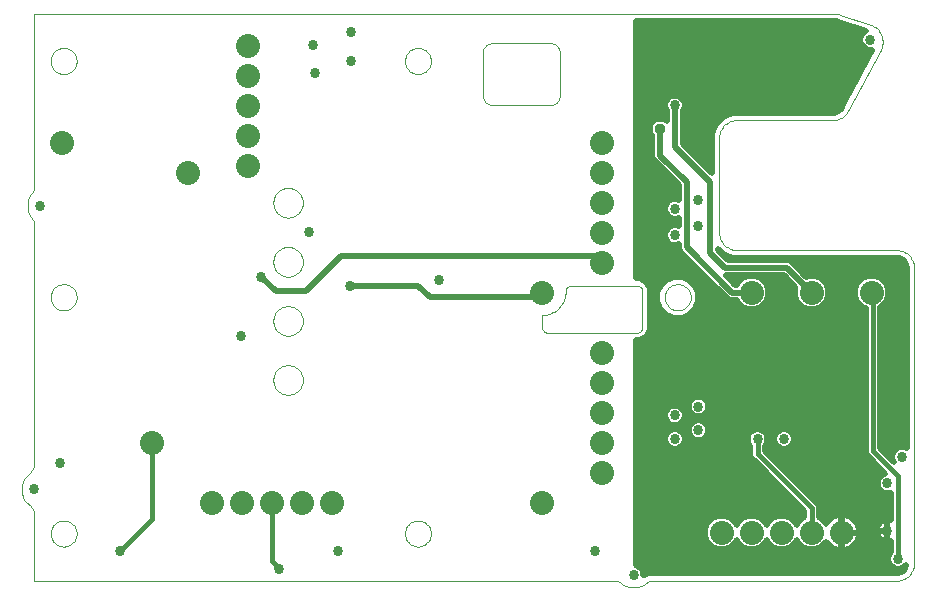
<source format=gbl>
G75*
G70*
%OFA0B0*%
%FSLAX24Y24*%
%IPPOS*%
%LPD*%
%AMOC8*
5,1,8,0,0,1.08239X$1,22.5*
%
%ADD10C,0.0000*%
%ADD11C,0.0340*%
%ADD12C,0.0800*%
%ADD13C,0.0197*%
%ADD14C,0.0160*%
%ADD15C,0.0376*%
D10*
X010181Y005929D02*
X010179Y005968D01*
X010173Y006006D01*
X010164Y006043D01*
X010151Y006080D01*
X010134Y006115D01*
X010115Y006148D01*
X010092Y006179D01*
X010066Y006208D01*
X010065Y006207D02*
X009902Y006370D01*
X009787Y006649D02*
X009787Y006913D01*
X009902Y007192D02*
X010065Y007355D01*
X010181Y007633D02*
X010181Y015622D01*
X010180Y015622D02*
X010178Y015653D01*
X010173Y015684D01*
X010164Y015714D01*
X010152Y015743D01*
X010137Y015770D01*
X010119Y015795D01*
X010099Y015819D01*
X009984Y016098D02*
X009984Y016410D01*
X009986Y016441D01*
X009991Y016472D01*
X010000Y016502D01*
X010012Y016531D01*
X010027Y016558D01*
X010045Y016583D01*
X010065Y016607D01*
X010181Y016885D02*
X010181Y022627D01*
X036857Y022627D01*
X037043Y022597D02*
X038061Y022258D01*
X038061Y022259D02*
X038105Y022242D01*
X038147Y022222D01*
X038187Y022199D01*
X038226Y022173D01*
X038262Y022143D01*
X038296Y022111D01*
X038328Y022077D01*
X038356Y022040D01*
X038382Y022001D01*
X038404Y021960D01*
X038423Y021917D01*
X038439Y021873D01*
X038451Y021828D01*
X038459Y021782D01*
X038464Y021735D01*
X038465Y021689D01*
X038462Y021642D01*
X038456Y021596D01*
X038446Y021550D01*
X038433Y021505D01*
X038416Y021462D01*
X038395Y021420D01*
X037316Y019397D01*
X037293Y019357D01*
X037267Y019320D01*
X037239Y019285D01*
X037207Y019252D01*
X037173Y019221D01*
X037137Y019193D01*
X037099Y019168D01*
X037059Y019146D01*
X037018Y019127D01*
X036975Y019112D01*
X036931Y019100D01*
X036886Y019091D01*
X036841Y019086D01*
X036795Y019084D01*
X033606Y019084D01*
X033606Y019085D02*
X033560Y019083D01*
X033514Y019078D01*
X033468Y019069D01*
X033423Y019056D01*
X033380Y019040D01*
X033338Y019021D01*
X033297Y018998D01*
X033259Y018972D01*
X033222Y018943D01*
X033188Y018912D01*
X033157Y018878D01*
X033128Y018841D01*
X033102Y018803D01*
X033079Y018762D01*
X033060Y018720D01*
X033044Y018677D01*
X033031Y018632D01*
X033022Y018586D01*
X033017Y018540D01*
X033015Y018494D01*
X033015Y015344D01*
X033017Y015298D01*
X033022Y015252D01*
X033031Y015206D01*
X033044Y015161D01*
X033060Y015118D01*
X033079Y015076D01*
X033102Y015035D01*
X033128Y014997D01*
X033157Y014960D01*
X033188Y014926D01*
X033222Y014895D01*
X033259Y014866D01*
X033297Y014840D01*
X033338Y014817D01*
X033380Y014798D01*
X033423Y014782D01*
X033468Y014769D01*
X033514Y014760D01*
X033560Y014755D01*
X033606Y014753D01*
X038921Y014753D01*
X038921Y014754D02*
X038967Y014752D01*
X039013Y014747D01*
X039059Y014738D01*
X039104Y014725D01*
X039147Y014709D01*
X039189Y014690D01*
X039230Y014667D01*
X039268Y014641D01*
X039305Y014612D01*
X039339Y014581D01*
X039370Y014547D01*
X039399Y014510D01*
X039425Y014472D01*
X039448Y014431D01*
X039467Y014389D01*
X039483Y014346D01*
X039496Y014301D01*
X039505Y014255D01*
X039510Y014209D01*
X039512Y014163D01*
X039511Y014163D02*
X039511Y004320D01*
X039512Y004320D02*
X039510Y004274D01*
X039505Y004228D01*
X039496Y004182D01*
X039483Y004137D01*
X039467Y004094D01*
X039448Y004052D01*
X039425Y004011D01*
X039399Y003973D01*
X039370Y003936D01*
X039339Y003902D01*
X039305Y003871D01*
X039268Y003842D01*
X039230Y003816D01*
X039189Y003793D01*
X039147Y003774D01*
X039104Y003758D01*
X039059Y003745D01*
X039013Y003736D01*
X038967Y003731D01*
X038921Y003729D01*
X038921Y003730D02*
X030769Y003730D01*
X030769Y003729D02*
X030738Y003727D01*
X030707Y003722D01*
X030677Y003713D01*
X030648Y003701D01*
X030621Y003686D01*
X030596Y003668D01*
X030572Y003648D01*
X030293Y003533D02*
X030029Y003533D01*
X029990Y003535D01*
X029952Y003541D01*
X029915Y003550D01*
X029878Y003563D01*
X029843Y003580D01*
X029810Y003599D01*
X029779Y003622D01*
X029750Y003648D01*
X029554Y003730D02*
X010181Y003730D01*
X010181Y005929D01*
X009902Y006370D02*
X009876Y006399D01*
X009853Y006430D01*
X009834Y006463D01*
X009817Y006498D01*
X009804Y006535D01*
X009795Y006572D01*
X009789Y006610D01*
X009787Y006649D01*
X009787Y006913D02*
X009789Y006952D01*
X009795Y006990D01*
X009804Y007027D01*
X009817Y007064D01*
X009834Y007099D01*
X009853Y007132D01*
X009876Y007163D01*
X009902Y007192D01*
X010066Y007354D02*
X010092Y007383D01*
X010115Y007414D01*
X010134Y007447D01*
X010151Y007482D01*
X010164Y007519D01*
X010173Y007556D01*
X010179Y007594D01*
X010181Y007633D01*
X010732Y005305D02*
X010734Y005346D01*
X010740Y005387D01*
X010750Y005427D01*
X010763Y005466D01*
X010780Y005503D01*
X010801Y005539D01*
X010825Y005573D01*
X010852Y005604D01*
X010881Y005632D01*
X010914Y005658D01*
X010948Y005680D01*
X010985Y005699D01*
X011023Y005714D01*
X011063Y005726D01*
X011103Y005734D01*
X011144Y005738D01*
X011186Y005738D01*
X011227Y005734D01*
X011267Y005726D01*
X011307Y005714D01*
X011345Y005699D01*
X011381Y005680D01*
X011416Y005658D01*
X011449Y005632D01*
X011478Y005604D01*
X011505Y005573D01*
X011529Y005539D01*
X011550Y005503D01*
X011567Y005466D01*
X011580Y005427D01*
X011590Y005387D01*
X011596Y005346D01*
X011598Y005305D01*
X011596Y005264D01*
X011590Y005223D01*
X011580Y005183D01*
X011567Y005144D01*
X011550Y005107D01*
X011529Y005071D01*
X011505Y005037D01*
X011478Y005006D01*
X011449Y004978D01*
X011416Y004952D01*
X011382Y004930D01*
X011345Y004911D01*
X011307Y004896D01*
X011267Y004884D01*
X011227Y004876D01*
X011186Y004872D01*
X011144Y004872D01*
X011103Y004876D01*
X011063Y004884D01*
X011023Y004896D01*
X010985Y004911D01*
X010949Y004930D01*
X010914Y004952D01*
X010881Y004978D01*
X010852Y005006D01*
X010825Y005037D01*
X010801Y005071D01*
X010780Y005107D01*
X010763Y005144D01*
X010750Y005183D01*
X010740Y005223D01*
X010734Y005264D01*
X010732Y005305D01*
X018153Y010423D02*
X018155Y010467D01*
X018161Y010511D01*
X018171Y010554D01*
X018184Y010596D01*
X018202Y010636D01*
X018223Y010675D01*
X018247Y010712D01*
X018274Y010747D01*
X018305Y010779D01*
X018338Y010808D01*
X018374Y010834D01*
X018412Y010856D01*
X018452Y010875D01*
X018493Y010891D01*
X018536Y010903D01*
X018579Y010911D01*
X018623Y010915D01*
X018667Y010915D01*
X018711Y010911D01*
X018754Y010903D01*
X018797Y010891D01*
X018838Y010875D01*
X018878Y010856D01*
X018916Y010834D01*
X018952Y010808D01*
X018985Y010779D01*
X019016Y010747D01*
X019043Y010712D01*
X019067Y010675D01*
X019088Y010636D01*
X019106Y010596D01*
X019119Y010554D01*
X019129Y010511D01*
X019135Y010467D01*
X019137Y010423D01*
X019135Y010379D01*
X019129Y010335D01*
X019119Y010292D01*
X019106Y010250D01*
X019088Y010210D01*
X019067Y010171D01*
X019043Y010134D01*
X019016Y010099D01*
X018985Y010067D01*
X018952Y010038D01*
X018916Y010012D01*
X018878Y009990D01*
X018838Y009971D01*
X018797Y009955D01*
X018754Y009943D01*
X018711Y009935D01*
X018667Y009931D01*
X018623Y009931D01*
X018579Y009935D01*
X018536Y009943D01*
X018493Y009955D01*
X018452Y009971D01*
X018412Y009990D01*
X018374Y010012D01*
X018338Y010038D01*
X018305Y010067D01*
X018274Y010099D01*
X018247Y010134D01*
X018223Y010171D01*
X018202Y010210D01*
X018184Y010250D01*
X018171Y010292D01*
X018161Y010335D01*
X018155Y010379D01*
X018153Y010423D01*
X018153Y012391D02*
X018155Y012435D01*
X018161Y012479D01*
X018171Y012522D01*
X018184Y012564D01*
X018202Y012604D01*
X018223Y012643D01*
X018247Y012680D01*
X018274Y012715D01*
X018305Y012747D01*
X018338Y012776D01*
X018374Y012802D01*
X018412Y012824D01*
X018452Y012843D01*
X018493Y012859D01*
X018536Y012871D01*
X018579Y012879D01*
X018623Y012883D01*
X018667Y012883D01*
X018711Y012879D01*
X018754Y012871D01*
X018797Y012859D01*
X018838Y012843D01*
X018878Y012824D01*
X018916Y012802D01*
X018952Y012776D01*
X018985Y012747D01*
X019016Y012715D01*
X019043Y012680D01*
X019067Y012643D01*
X019088Y012604D01*
X019106Y012564D01*
X019119Y012522D01*
X019129Y012479D01*
X019135Y012435D01*
X019137Y012391D01*
X019135Y012347D01*
X019129Y012303D01*
X019119Y012260D01*
X019106Y012218D01*
X019088Y012178D01*
X019067Y012139D01*
X019043Y012102D01*
X019016Y012067D01*
X018985Y012035D01*
X018952Y012006D01*
X018916Y011980D01*
X018878Y011958D01*
X018838Y011939D01*
X018797Y011923D01*
X018754Y011911D01*
X018711Y011903D01*
X018667Y011899D01*
X018623Y011899D01*
X018579Y011903D01*
X018536Y011911D01*
X018493Y011923D01*
X018452Y011939D01*
X018412Y011958D01*
X018374Y011980D01*
X018338Y012006D01*
X018305Y012035D01*
X018274Y012067D01*
X018247Y012102D01*
X018223Y012139D01*
X018202Y012178D01*
X018184Y012218D01*
X018171Y012260D01*
X018161Y012303D01*
X018155Y012347D01*
X018153Y012391D01*
X018153Y014360D02*
X018155Y014404D01*
X018161Y014448D01*
X018171Y014491D01*
X018184Y014533D01*
X018202Y014573D01*
X018223Y014612D01*
X018247Y014649D01*
X018274Y014684D01*
X018305Y014716D01*
X018338Y014745D01*
X018374Y014771D01*
X018412Y014793D01*
X018452Y014812D01*
X018493Y014828D01*
X018536Y014840D01*
X018579Y014848D01*
X018623Y014852D01*
X018667Y014852D01*
X018711Y014848D01*
X018754Y014840D01*
X018797Y014828D01*
X018838Y014812D01*
X018878Y014793D01*
X018916Y014771D01*
X018952Y014745D01*
X018985Y014716D01*
X019016Y014684D01*
X019043Y014649D01*
X019067Y014612D01*
X019088Y014573D01*
X019106Y014533D01*
X019119Y014491D01*
X019129Y014448D01*
X019135Y014404D01*
X019137Y014360D01*
X019135Y014316D01*
X019129Y014272D01*
X019119Y014229D01*
X019106Y014187D01*
X019088Y014147D01*
X019067Y014108D01*
X019043Y014071D01*
X019016Y014036D01*
X018985Y014004D01*
X018952Y013975D01*
X018916Y013949D01*
X018878Y013927D01*
X018838Y013908D01*
X018797Y013892D01*
X018754Y013880D01*
X018711Y013872D01*
X018667Y013868D01*
X018623Y013868D01*
X018579Y013872D01*
X018536Y013880D01*
X018493Y013892D01*
X018452Y013908D01*
X018412Y013927D01*
X018374Y013949D01*
X018338Y013975D01*
X018305Y014004D01*
X018274Y014036D01*
X018247Y014071D01*
X018223Y014108D01*
X018202Y014147D01*
X018184Y014187D01*
X018171Y014229D01*
X018161Y014272D01*
X018155Y014316D01*
X018153Y014360D01*
X018153Y016328D02*
X018155Y016372D01*
X018161Y016416D01*
X018171Y016459D01*
X018184Y016501D01*
X018202Y016541D01*
X018223Y016580D01*
X018247Y016617D01*
X018274Y016652D01*
X018305Y016684D01*
X018338Y016713D01*
X018374Y016739D01*
X018412Y016761D01*
X018452Y016780D01*
X018493Y016796D01*
X018536Y016808D01*
X018579Y016816D01*
X018623Y016820D01*
X018667Y016820D01*
X018711Y016816D01*
X018754Y016808D01*
X018797Y016796D01*
X018838Y016780D01*
X018878Y016761D01*
X018916Y016739D01*
X018952Y016713D01*
X018985Y016684D01*
X019016Y016652D01*
X019043Y016617D01*
X019067Y016580D01*
X019088Y016541D01*
X019106Y016501D01*
X019119Y016459D01*
X019129Y016416D01*
X019135Y016372D01*
X019137Y016328D01*
X019135Y016284D01*
X019129Y016240D01*
X019119Y016197D01*
X019106Y016155D01*
X019088Y016115D01*
X019067Y016076D01*
X019043Y016039D01*
X019016Y016004D01*
X018985Y015972D01*
X018952Y015943D01*
X018916Y015917D01*
X018878Y015895D01*
X018838Y015876D01*
X018797Y015860D01*
X018754Y015848D01*
X018711Y015840D01*
X018667Y015836D01*
X018623Y015836D01*
X018579Y015840D01*
X018536Y015848D01*
X018493Y015860D01*
X018452Y015876D01*
X018412Y015895D01*
X018374Y015917D01*
X018338Y015943D01*
X018305Y015972D01*
X018274Y016004D01*
X018247Y016039D01*
X018223Y016076D01*
X018202Y016115D01*
X018184Y016155D01*
X018171Y016197D01*
X018161Y016240D01*
X018155Y016284D01*
X018153Y016328D01*
X010732Y013179D02*
X010734Y013220D01*
X010740Y013261D01*
X010750Y013301D01*
X010763Y013340D01*
X010780Y013377D01*
X010801Y013413D01*
X010825Y013447D01*
X010852Y013478D01*
X010881Y013506D01*
X010914Y013532D01*
X010948Y013554D01*
X010985Y013573D01*
X011023Y013588D01*
X011063Y013600D01*
X011103Y013608D01*
X011144Y013612D01*
X011186Y013612D01*
X011227Y013608D01*
X011267Y013600D01*
X011307Y013588D01*
X011345Y013573D01*
X011381Y013554D01*
X011416Y013532D01*
X011449Y013506D01*
X011478Y013478D01*
X011505Y013447D01*
X011529Y013413D01*
X011550Y013377D01*
X011567Y013340D01*
X011580Y013301D01*
X011590Y013261D01*
X011596Y013220D01*
X011598Y013179D01*
X011596Y013138D01*
X011590Y013097D01*
X011580Y013057D01*
X011567Y013018D01*
X011550Y012981D01*
X011529Y012945D01*
X011505Y012911D01*
X011478Y012880D01*
X011449Y012852D01*
X011416Y012826D01*
X011382Y012804D01*
X011345Y012785D01*
X011307Y012770D01*
X011267Y012758D01*
X011227Y012750D01*
X011186Y012746D01*
X011144Y012746D01*
X011103Y012750D01*
X011063Y012758D01*
X011023Y012770D01*
X010985Y012785D01*
X010949Y012804D01*
X010914Y012826D01*
X010881Y012852D01*
X010852Y012880D01*
X010825Y012911D01*
X010801Y012945D01*
X010780Y012981D01*
X010763Y013018D01*
X010750Y013057D01*
X010740Y013097D01*
X010734Y013138D01*
X010732Y013179D01*
X010099Y015819D02*
X010073Y015848D01*
X010050Y015879D01*
X010031Y015912D01*
X010014Y015947D01*
X010001Y015984D01*
X009992Y016021D01*
X009986Y016059D01*
X009984Y016098D01*
X010066Y016606D02*
X010092Y016635D01*
X010115Y016666D01*
X010134Y016699D01*
X010151Y016734D01*
X010164Y016771D01*
X010173Y016808D01*
X010179Y016846D01*
X010181Y016885D01*
X010732Y021053D02*
X010734Y021094D01*
X010740Y021135D01*
X010750Y021175D01*
X010763Y021214D01*
X010780Y021251D01*
X010801Y021287D01*
X010825Y021321D01*
X010852Y021352D01*
X010881Y021380D01*
X010914Y021406D01*
X010948Y021428D01*
X010985Y021447D01*
X011023Y021462D01*
X011063Y021474D01*
X011103Y021482D01*
X011144Y021486D01*
X011186Y021486D01*
X011227Y021482D01*
X011267Y021474D01*
X011307Y021462D01*
X011345Y021447D01*
X011381Y021428D01*
X011416Y021406D01*
X011449Y021380D01*
X011478Y021352D01*
X011505Y021321D01*
X011529Y021287D01*
X011550Y021251D01*
X011567Y021214D01*
X011580Y021175D01*
X011590Y021135D01*
X011596Y021094D01*
X011598Y021053D01*
X011596Y021012D01*
X011590Y020971D01*
X011580Y020931D01*
X011567Y020892D01*
X011550Y020855D01*
X011529Y020819D01*
X011505Y020785D01*
X011478Y020754D01*
X011449Y020726D01*
X011416Y020700D01*
X011382Y020678D01*
X011345Y020659D01*
X011307Y020644D01*
X011267Y020632D01*
X011227Y020624D01*
X011186Y020620D01*
X011144Y020620D01*
X011103Y020624D01*
X011063Y020632D01*
X011023Y020644D01*
X010985Y020659D01*
X010949Y020678D01*
X010914Y020700D01*
X010881Y020726D01*
X010852Y020754D01*
X010825Y020785D01*
X010801Y020819D01*
X010780Y020855D01*
X010763Y020892D01*
X010750Y020931D01*
X010740Y020971D01*
X010734Y021012D01*
X010732Y021053D01*
X022543Y021053D02*
X022545Y021094D01*
X022551Y021135D01*
X022561Y021175D01*
X022574Y021214D01*
X022591Y021251D01*
X022612Y021287D01*
X022636Y021321D01*
X022663Y021352D01*
X022692Y021380D01*
X022725Y021406D01*
X022759Y021428D01*
X022796Y021447D01*
X022834Y021462D01*
X022874Y021474D01*
X022914Y021482D01*
X022955Y021486D01*
X022997Y021486D01*
X023038Y021482D01*
X023078Y021474D01*
X023118Y021462D01*
X023156Y021447D01*
X023192Y021428D01*
X023227Y021406D01*
X023260Y021380D01*
X023289Y021352D01*
X023316Y021321D01*
X023340Y021287D01*
X023361Y021251D01*
X023378Y021214D01*
X023391Y021175D01*
X023401Y021135D01*
X023407Y021094D01*
X023409Y021053D01*
X023407Y021012D01*
X023401Y020971D01*
X023391Y020931D01*
X023378Y020892D01*
X023361Y020855D01*
X023340Y020819D01*
X023316Y020785D01*
X023289Y020754D01*
X023260Y020726D01*
X023227Y020700D01*
X023193Y020678D01*
X023156Y020659D01*
X023118Y020644D01*
X023078Y020632D01*
X023038Y020624D01*
X022997Y020620D01*
X022955Y020620D01*
X022914Y020624D01*
X022874Y020632D01*
X022834Y020644D01*
X022796Y020659D01*
X022760Y020678D01*
X022725Y020700D01*
X022692Y020726D01*
X022663Y020754D01*
X022636Y020785D01*
X022612Y020819D01*
X022591Y020855D01*
X022574Y020892D01*
X022561Y020931D01*
X022551Y020971D01*
X022545Y021012D01*
X022543Y021053D01*
X025141Y021348D02*
X025141Y019970D01*
X025138Y019934D01*
X025139Y019898D01*
X025143Y019861D01*
X025151Y019826D01*
X025163Y019791D01*
X025178Y019758D01*
X025197Y019727D01*
X025219Y019698D01*
X025244Y019671D01*
X025271Y019647D01*
X025301Y019626D01*
X025333Y019609D01*
X025366Y019594D01*
X025401Y019584D01*
X025437Y019576D01*
X027405Y019576D01*
X027441Y019584D01*
X027476Y019594D01*
X027509Y019609D01*
X027541Y019626D01*
X027571Y019647D01*
X027598Y019671D01*
X027623Y019698D01*
X027645Y019727D01*
X027664Y019758D01*
X027679Y019791D01*
X027691Y019826D01*
X027699Y019861D01*
X027703Y019898D01*
X027704Y019934D01*
X027701Y019970D01*
X027700Y019970D02*
X027700Y021348D01*
X027698Y021381D01*
X027693Y021414D01*
X027683Y021445D01*
X027671Y021476D01*
X027655Y021505D01*
X027636Y021532D01*
X027614Y021557D01*
X027589Y021579D01*
X027562Y021598D01*
X027533Y021614D01*
X027502Y021626D01*
X027471Y021636D01*
X027438Y021641D01*
X027405Y021643D01*
X025437Y021643D01*
X025404Y021641D01*
X025371Y021636D01*
X025340Y021626D01*
X025309Y021614D01*
X025280Y021598D01*
X025253Y021579D01*
X025228Y021557D01*
X025206Y021532D01*
X025187Y021505D01*
X025171Y021476D01*
X025159Y021445D01*
X025149Y021414D01*
X025144Y021381D01*
X025142Y021348D01*
X036857Y022628D02*
X036905Y022626D01*
X036952Y022620D01*
X036998Y022611D01*
X037044Y022598D01*
X030260Y013572D02*
X028094Y013572D01*
X028068Y013570D01*
X028043Y013565D01*
X028019Y013557D01*
X027995Y013546D01*
X027974Y013531D01*
X027955Y013514D01*
X027938Y013495D01*
X027923Y013474D01*
X027912Y013450D01*
X027904Y013426D01*
X027899Y013401D01*
X027897Y013375D01*
X027895Y013321D01*
X027890Y013268D01*
X027881Y013215D01*
X027868Y013163D01*
X027852Y013111D01*
X027832Y013061D01*
X027809Y013013D01*
X027782Y012966D01*
X027753Y012921D01*
X027720Y012878D01*
X027685Y012838D01*
X027647Y012800D01*
X027607Y012765D01*
X027564Y012732D01*
X027519Y012703D01*
X027472Y012676D01*
X027424Y012653D01*
X027374Y012633D01*
X027322Y012617D01*
X027270Y012604D01*
X027217Y012595D01*
X027164Y012590D01*
X027110Y012588D01*
X027110Y012194D01*
X027112Y012168D01*
X027117Y012143D01*
X027125Y012119D01*
X027136Y012096D01*
X027151Y012074D01*
X027168Y012055D01*
X027187Y012038D01*
X027208Y012023D01*
X027232Y012012D01*
X027256Y012004D01*
X027281Y011999D01*
X027307Y011997D01*
X030260Y011997D01*
X030286Y011999D01*
X030311Y012004D01*
X030335Y012012D01*
X030358Y012023D01*
X030380Y012038D01*
X030399Y012055D01*
X030416Y012074D01*
X030431Y012095D01*
X030442Y012119D01*
X030450Y012143D01*
X030455Y012168D01*
X030457Y012194D01*
X030456Y012194D02*
X030456Y013375D01*
X030457Y013375D02*
X030455Y013401D01*
X030450Y013426D01*
X030442Y013450D01*
X030431Y013473D01*
X030416Y013495D01*
X030399Y013514D01*
X030380Y013531D01*
X030359Y013546D01*
X030335Y013557D01*
X030311Y013565D01*
X030286Y013570D01*
X030260Y013572D01*
X031204Y013179D02*
X031206Y013220D01*
X031212Y013261D01*
X031222Y013301D01*
X031235Y013340D01*
X031252Y013377D01*
X031273Y013413D01*
X031297Y013447D01*
X031324Y013478D01*
X031353Y013506D01*
X031386Y013532D01*
X031420Y013554D01*
X031457Y013573D01*
X031495Y013588D01*
X031535Y013600D01*
X031575Y013608D01*
X031616Y013612D01*
X031658Y013612D01*
X031699Y013608D01*
X031739Y013600D01*
X031779Y013588D01*
X031817Y013573D01*
X031853Y013554D01*
X031888Y013532D01*
X031921Y013506D01*
X031950Y013478D01*
X031977Y013447D01*
X032001Y013413D01*
X032022Y013377D01*
X032039Y013340D01*
X032052Y013301D01*
X032062Y013261D01*
X032068Y013220D01*
X032070Y013179D01*
X032068Y013138D01*
X032062Y013097D01*
X032052Y013057D01*
X032039Y013018D01*
X032022Y012981D01*
X032001Y012945D01*
X031977Y012911D01*
X031950Y012880D01*
X031921Y012852D01*
X031888Y012826D01*
X031854Y012804D01*
X031817Y012785D01*
X031779Y012770D01*
X031739Y012758D01*
X031699Y012750D01*
X031658Y012746D01*
X031616Y012746D01*
X031575Y012750D01*
X031535Y012758D01*
X031495Y012770D01*
X031457Y012785D01*
X031421Y012804D01*
X031386Y012826D01*
X031353Y012852D01*
X031324Y012880D01*
X031297Y012911D01*
X031273Y012945D01*
X031252Y012981D01*
X031235Y013018D01*
X031222Y013057D01*
X031212Y013097D01*
X031206Y013138D01*
X031204Y013179D01*
X022543Y005305D02*
X022545Y005346D01*
X022551Y005387D01*
X022561Y005427D01*
X022574Y005466D01*
X022591Y005503D01*
X022612Y005539D01*
X022636Y005573D01*
X022663Y005604D01*
X022692Y005632D01*
X022725Y005658D01*
X022759Y005680D01*
X022796Y005699D01*
X022834Y005714D01*
X022874Y005726D01*
X022914Y005734D01*
X022955Y005738D01*
X022997Y005738D01*
X023038Y005734D01*
X023078Y005726D01*
X023118Y005714D01*
X023156Y005699D01*
X023192Y005680D01*
X023227Y005658D01*
X023260Y005632D01*
X023289Y005604D01*
X023316Y005573D01*
X023340Y005539D01*
X023361Y005503D01*
X023378Y005466D01*
X023391Y005427D01*
X023401Y005387D01*
X023407Y005346D01*
X023409Y005305D01*
X023407Y005264D01*
X023401Y005223D01*
X023391Y005183D01*
X023378Y005144D01*
X023361Y005107D01*
X023340Y005071D01*
X023316Y005037D01*
X023289Y005006D01*
X023260Y004978D01*
X023227Y004952D01*
X023193Y004930D01*
X023156Y004911D01*
X023118Y004896D01*
X023078Y004884D01*
X023038Y004876D01*
X022997Y004872D01*
X022955Y004872D01*
X022914Y004876D01*
X022874Y004884D01*
X022834Y004896D01*
X022796Y004911D01*
X022760Y004930D01*
X022725Y004952D01*
X022692Y004978D01*
X022663Y005006D01*
X022636Y005037D01*
X022612Y005071D01*
X022591Y005107D01*
X022574Y005144D01*
X022561Y005183D01*
X022551Y005223D01*
X022545Y005264D01*
X022543Y005305D01*
X029554Y003729D02*
X029585Y003727D01*
X029616Y003722D01*
X029646Y003713D01*
X029675Y003701D01*
X029702Y003686D01*
X029727Y003668D01*
X029751Y003648D01*
X030293Y003533D02*
X030332Y003535D01*
X030370Y003541D01*
X030407Y003550D01*
X030444Y003563D01*
X030479Y003580D01*
X030512Y003599D01*
X030543Y003622D01*
X030572Y003648D01*
D11*
X030161Y003927D03*
X028882Y004714D03*
X031539Y008454D03*
X031539Y009242D03*
X032326Y009537D03*
X032326Y008749D03*
X034295Y008454D03*
X035181Y008454D03*
X038626Y006978D03*
X039118Y007864D03*
X038626Y005403D03*
X038980Y004458D03*
X023685Y013769D03*
X020712Y013572D03*
X019334Y015344D03*
X017760Y013868D03*
X017071Y011899D03*
X011047Y007647D03*
X010181Y006781D03*
X013035Y004714D03*
X018350Y004123D03*
X020319Y004714D03*
X031539Y015246D03*
X032326Y015541D03*
X031539Y016131D03*
X032326Y016427D03*
X031539Y019576D03*
X038055Y021761D03*
X020752Y022037D03*
X019492Y021604D03*
X020752Y021053D03*
X019531Y020659D03*
X010378Y016230D03*
D12*
X011094Y018336D03*
X015307Y017336D03*
X017307Y017549D03*
X017307Y018549D03*
X017307Y019549D03*
X017307Y020549D03*
X017307Y021549D03*
X029094Y018336D03*
X029094Y017336D03*
X029094Y016336D03*
X029094Y015336D03*
X029094Y014336D03*
X027094Y013336D03*
X029094Y011336D03*
X029094Y010336D03*
X029094Y009336D03*
X029094Y008336D03*
X029094Y007336D03*
X027094Y006336D03*
X033094Y005336D03*
X034094Y005336D03*
X035094Y005336D03*
X036094Y005336D03*
X037094Y005336D03*
X036094Y013336D03*
X034094Y013336D03*
X038094Y013336D03*
X020094Y006336D03*
X019094Y006336D03*
X018094Y006336D03*
X017094Y006336D03*
X016094Y006336D03*
X014094Y008336D03*
D13*
X018252Y013375D02*
X019236Y013375D01*
X020417Y014557D01*
X028874Y014557D01*
X029094Y014336D01*
X030260Y014278D02*
X032143Y014278D01*
X031948Y014474D02*
X030260Y014474D01*
X030260Y014669D02*
X031752Y014669D01*
X031787Y014634D02*
X033303Y013118D01*
X033397Y013079D01*
X033500Y013079D01*
X033596Y013079D01*
X033621Y013020D01*
X033778Y012863D01*
X033983Y012778D01*
X034205Y012778D01*
X034410Y012863D01*
X034568Y013020D01*
X034653Y013225D01*
X034653Y013447D01*
X034568Y013652D01*
X034410Y013809D01*
X034205Y013894D01*
X033983Y013894D01*
X033778Y013809D01*
X033621Y013652D01*
X033596Y013593D01*
X033555Y013593D01*
X033242Y013906D01*
X035161Y013906D01*
X035560Y013507D01*
X035536Y013447D01*
X035536Y013225D01*
X035621Y013020D01*
X035778Y012863D01*
X035983Y012778D01*
X036205Y012778D01*
X036410Y012863D01*
X036568Y013020D01*
X036653Y013225D01*
X036653Y013447D01*
X036568Y013652D01*
X036410Y013809D01*
X036205Y013894D01*
X035983Y013894D01*
X035924Y013870D01*
X035413Y014381D01*
X035319Y014420D01*
X035216Y014420D01*
X033319Y014420D01*
X032977Y014761D01*
X032977Y014786D01*
X033131Y014633D01*
X033439Y014505D01*
X033439Y014505D01*
X033557Y014505D01*
X033606Y014505D01*
X033655Y014505D01*
X038921Y014505D01*
X038988Y014498D01*
X039111Y014447D01*
X039205Y014353D01*
X039256Y014230D01*
X039263Y014163D01*
X039263Y014137D01*
X039263Y014113D01*
X039263Y008159D01*
X039183Y008192D01*
X039052Y008192D01*
X038932Y008142D01*
X038839Y008050D01*
X038789Y007929D01*
X038789Y007798D01*
X038829Y007702D01*
X038372Y008159D01*
X038372Y012847D01*
X038410Y012863D01*
X038568Y013020D01*
X038653Y013225D01*
X038653Y013447D01*
X038568Y013652D01*
X038410Y013809D01*
X038205Y013894D01*
X037983Y013894D01*
X037778Y013809D01*
X037621Y013652D01*
X037536Y013447D01*
X037536Y013225D01*
X037621Y013020D01*
X037778Y012863D01*
X037895Y012814D01*
X037895Y007962D01*
X038035Y007822D01*
X038554Y007303D01*
X038440Y007256D01*
X038347Y007164D01*
X038297Y007043D01*
X038297Y006912D01*
X038347Y006792D01*
X038440Y006699D01*
X038560Y006649D01*
X038691Y006649D01*
X038742Y006670D01*
X038742Y005754D01*
X038733Y005757D01*
X038662Y005771D01*
X038626Y005771D01*
X038626Y005403D01*
X038625Y005403D01*
X038625Y005403D01*
X038257Y005403D01*
X038257Y005439D01*
X038271Y005510D01*
X038299Y005577D01*
X038339Y005638D01*
X038391Y005689D01*
X038451Y005729D01*
X038518Y005757D01*
X038589Y005771D01*
X038625Y005771D01*
X038625Y005403D01*
X038257Y005403D01*
X038257Y005367D01*
X038271Y005296D01*
X038299Y005228D01*
X038339Y005168D01*
X038391Y005117D01*
X038451Y005076D01*
X038518Y005049D01*
X038589Y005035D01*
X038625Y005035D01*
X038625Y005403D01*
X038626Y005403D01*
X038626Y005035D01*
X038662Y005035D01*
X038733Y005049D01*
X038742Y005052D01*
X038742Y004684D01*
X038702Y004644D01*
X038652Y004523D01*
X038652Y004393D01*
X038702Y004272D01*
X038794Y004180D01*
X038915Y004130D01*
X039045Y004130D01*
X039166Y004180D01*
X039258Y004272D01*
X039256Y004254D01*
X039205Y004130D01*
X039111Y004036D01*
X038988Y003985D01*
X038921Y003978D01*
X030719Y003978D01*
X030664Y003978D01*
X030664Y003978D01*
X030489Y003906D01*
X030489Y003992D01*
X030439Y004113D01*
X030347Y004205D01*
X030260Y004241D01*
X030260Y011749D01*
X030309Y011749D01*
X030379Y011749D01*
X030585Y011868D01*
X030585Y011868D01*
X030585Y011868D01*
X030705Y012075D01*
X030705Y012145D01*
X030705Y012193D01*
X030705Y012194D01*
X030705Y012244D01*
X030705Y013425D01*
X030705Y013495D01*
X030585Y013701D01*
X030379Y013821D01*
X030309Y013821D01*
X030263Y013821D01*
X030260Y013821D01*
X030260Y022379D01*
X036807Y022379D01*
X036857Y022379D01*
X036911Y022375D01*
X036964Y022361D01*
X037896Y022051D01*
X037869Y022040D01*
X037776Y021947D01*
X037726Y021827D01*
X037726Y021696D01*
X037776Y021575D01*
X037869Y021483D01*
X037989Y021433D01*
X038120Y021433D01*
X038121Y021433D01*
X037111Y019540D01*
X037097Y019514D01*
X037063Y019462D01*
X036971Y019381D01*
X036856Y019338D01*
X036795Y019332D01*
X036753Y019332D01*
X036746Y019332D01*
X033557Y019332D01*
X033439Y019332D01*
X033131Y019205D01*
X033131Y019205D01*
X032895Y018969D01*
X032895Y018969D01*
X032767Y018660D01*
X032767Y018543D01*
X032767Y018467D01*
X032767Y018444D01*
X032767Y017333D01*
X031796Y018305D01*
X031796Y019369D01*
X031817Y019390D01*
X031867Y019511D01*
X031867Y019642D01*
X031817Y019762D01*
X031725Y019855D01*
X031604Y019905D01*
X031474Y019905D01*
X031353Y019855D01*
X031261Y019762D01*
X031211Y019642D01*
X031211Y019511D01*
X031261Y019390D01*
X031282Y019369D01*
X031282Y019044D01*
X031243Y019083D01*
X031116Y019135D01*
X030978Y019135D01*
X030851Y019083D01*
X030753Y018985D01*
X030700Y018858D01*
X030700Y018720D01*
X030753Y018593D01*
X030790Y018556D01*
X030790Y017852D01*
X030829Y017757D01*
X030901Y017685D01*
X031676Y016911D01*
X031676Y016430D01*
X031604Y016460D01*
X031474Y016460D01*
X031353Y016410D01*
X031261Y016317D01*
X031211Y016197D01*
X031211Y016066D01*
X031261Y015945D01*
X031353Y015853D01*
X031474Y015803D01*
X031604Y015803D01*
X031676Y015833D01*
X031676Y015544D01*
X031604Y015574D01*
X031474Y015574D01*
X031353Y015524D01*
X031261Y015432D01*
X031211Y015311D01*
X031211Y015180D01*
X031261Y015059D01*
X031353Y014967D01*
X031474Y014917D01*
X031604Y014917D01*
X031676Y014947D01*
X031676Y014801D01*
X031715Y014706D01*
X031787Y014634D01*
X031676Y014864D02*
X030260Y014864D01*
X030260Y015060D02*
X031261Y015060D01*
X031211Y015255D02*
X030260Y015255D01*
X030260Y015450D02*
X031280Y015450D01*
X031381Y015841D02*
X030260Y015841D01*
X030260Y015646D02*
X031676Y015646D01*
X031223Y016037D02*
X030260Y016037D01*
X030260Y016232D02*
X031225Y016232D01*
X031396Y016427D02*
X030260Y016427D01*
X030260Y016623D02*
X031676Y016623D01*
X031676Y016818D02*
X030260Y016818D01*
X030260Y017014D02*
X031573Y017014D01*
X031378Y017209D02*
X030260Y017209D01*
X030260Y017404D02*
X031182Y017404D01*
X030987Y017600D02*
X030260Y017600D01*
X030260Y017795D02*
X030814Y017795D01*
X030790Y017991D02*
X030260Y017991D01*
X030260Y018186D02*
X030790Y018186D01*
X030790Y018381D02*
X030260Y018381D01*
X030260Y018577D02*
X030769Y018577D01*
X030700Y018772D02*
X030260Y018772D01*
X030260Y018968D02*
X030746Y018968D01*
X031047Y018789D02*
X031047Y017903D01*
X031933Y017017D01*
X031933Y014852D01*
X033449Y013336D01*
X034094Y013336D01*
X034603Y013106D02*
X035585Y013106D01*
X035536Y013301D02*
X034653Y013301D01*
X034632Y013497D02*
X035556Y013497D01*
X035375Y013692D02*
X034528Y013692D01*
X034222Y013887D02*
X035180Y013887D01*
X035267Y014163D02*
X036094Y013336D01*
X036603Y013106D02*
X037585Y013106D01*
X037536Y013301D02*
X036653Y013301D01*
X036632Y013497D02*
X037556Y013497D01*
X037660Y013692D02*
X036528Y013692D01*
X036222Y013887D02*
X037966Y013887D01*
X038222Y013887D02*
X039263Y013887D01*
X039263Y013692D02*
X038528Y013692D01*
X038632Y013497D02*
X039263Y013497D01*
X039263Y013301D02*
X038653Y013301D01*
X038603Y013106D02*
X039263Y013106D01*
X039263Y012910D02*
X038458Y012910D01*
X038372Y012715D02*
X039263Y012715D01*
X039263Y012520D02*
X038372Y012520D01*
X038372Y012324D02*
X039263Y012324D01*
X039263Y012129D02*
X038372Y012129D01*
X038372Y011933D02*
X039263Y011933D01*
X039263Y011738D02*
X038372Y011738D01*
X038372Y011543D02*
X039263Y011543D01*
X039263Y011347D02*
X038372Y011347D01*
X038372Y011152D02*
X039263Y011152D01*
X039263Y010956D02*
X038372Y010956D01*
X038372Y010761D02*
X039263Y010761D01*
X039263Y010566D02*
X038372Y010566D01*
X038372Y010370D02*
X039263Y010370D01*
X039263Y010175D02*
X038372Y010175D01*
X038372Y009979D02*
X039263Y009979D01*
X039263Y009784D02*
X038372Y009784D01*
X038372Y009589D02*
X039263Y009589D01*
X039263Y009393D02*
X038372Y009393D01*
X038372Y009198D02*
X039263Y009198D01*
X039263Y009002D02*
X038372Y009002D01*
X038372Y008807D02*
X039263Y008807D01*
X039263Y008612D02*
X038372Y008612D01*
X038372Y008416D02*
X039263Y008416D01*
X039263Y008221D02*
X038372Y008221D01*
X038506Y008026D02*
X038829Y008026D01*
X038789Y007830D02*
X038701Y007830D01*
X038417Y007439D02*
X035155Y007439D01*
X035350Y007244D02*
X038427Y007244D01*
X038300Y007049D02*
X035546Y007049D01*
X035741Y006853D02*
X038322Y006853D01*
X038540Y006658D02*
X035936Y006658D01*
X036132Y006462D02*
X038742Y006462D01*
X038742Y006267D02*
X036327Y006267D01*
X036333Y006262D02*
X034533Y008061D01*
X034533Y008228D01*
X034573Y008268D01*
X034623Y008389D01*
X034623Y008519D01*
X034573Y008640D01*
X034481Y008733D01*
X034360Y008783D01*
X034230Y008783D01*
X034109Y008733D01*
X034017Y008640D01*
X033967Y008519D01*
X033967Y008389D01*
X034017Y008268D01*
X034057Y008228D01*
X034057Y007863D01*
X034196Y007724D01*
X035856Y006064D01*
X035856Y005842D01*
X035778Y005809D01*
X035621Y005652D01*
X035594Y005588D01*
X035568Y005652D01*
X035410Y005809D01*
X035205Y005894D01*
X034983Y005894D01*
X034778Y005809D01*
X034621Y005652D01*
X034594Y005588D01*
X034568Y005652D01*
X034410Y005809D01*
X034205Y005894D01*
X033983Y005894D01*
X033778Y005809D01*
X033621Y005652D01*
X033594Y005588D01*
X033568Y005652D01*
X033410Y005809D01*
X033205Y005894D01*
X032983Y005894D01*
X032778Y005809D01*
X032621Y005652D01*
X032536Y005447D01*
X032536Y005225D01*
X032621Y005020D01*
X032778Y004863D01*
X032983Y004778D01*
X033205Y004778D01*
X033410Y004863D01*
X033568Y005020D01*
X033594Y005084D01*
X033621Y005020D01*
X033778Y004863D01*
X033983Y004778D01*
X034205Y004778D01*
X034410Y004863D01*
X034568Y005020D01*
X034594Y005084D01*
X034621Y005020D01*
X034778Y004863D01*
X034983Y004778D01*
X035205Y004778D01*
X035410Y004863D01*
X035568Y005020D01*
X035594Y005084D01*
X035621Y005020D01*
X035778Y004863D01*
X035983Y004778D01*
X036205Y004778D01*
X036410Y004863D01*
X036568Y005020D01*
X036575Y005037D01*
X036582Y005022D01*
X036638Y004946D01*
X036704Y004880D01*
X036781Y004824D01*
X036864Y004781D01*
X036954Y004752D01*
X037047Y004738D01*
X037093Y004738D01*
X037093Y005334D01*
X037096Y005334D01*
X037096Y004738D01*
X037141Y004738D01*
X037234Y004752D01*
X037324Y004781D01*
X037408Y004824D01*
X037484Y004880D01*
X037551Y004946D01*
X037606Y005022D01*
X037649Y005106D01*
X037678Y005196D01*
X037693Y005289D01*
X037693Y005334D01*
X037096Y005334D01*
X037096Y005338D01*
X037093Y005338D01*
X037093Y005934D01*
X037047Y005934D01*
X036954Y005920D01*
X036864Y005891D01*
X036781Y005848D01*
X036704Y005792D01*
X036638Y005726D01*
X036582Y005650D01*
X036575Y005635D01*
X036568Y005652D01*
X036410Y005809D01*
X036333Y005842D01*
X036333Y006064D01*
X036333Y006262D01*
X036333Y006072D02*
X038742Y006072D01*
X038742Y005876D02*
X037352Y005876D01*
X037324Y005891D02*
X037234Y005920D01*
X037141Y005934D01*
X037096Y005934D01*
X037096Y005338D01*
X037693Y005338D01*
X037693Y005383D01*
X037678Y005476D01*
X037649Y005566D01*
X037606Y005650D01*
X037551Y005726D01*
X037484Y005792D01*
X037408Y005848D01*
X037324Y005891D01*
X037096Y005876D02*
X037093Y005876D01*
X037093Y005681D02*
X037096Y005681D01*
X037093Y005485D02*
X037096Y005485D01*
X037093Y005290D02*
X037096Y005290D01*
X037093Y005095D02*
X037096Y005095D01*
X037093Y004899D02*
X037096Y004899D01*
X037504Y004899D02*
X038742Y004899D01*
X038742Y004704D02*
X030260Y004704D01*
X030260Y004899D02*
X032741Y004899D01*
X032590Y005095D02*
X030260Y005095D01*
X030260Y005290D02*
X032536Y005290D01*
X032552Y005485D02*
X030260Y005485D01*
X030260Y005681D02*
X032649Y005681D01*
X032939Y005876D02*
X030260Y005876D01*
X030260Y006072D02*
X035848Y006072D01*
X035856Y005876D02*
X035249Y005876D01*
X034939Y005876D02*
X034249Y005876D01*
X033939Y005876D02*
X033249Y005876D01*
X033539Y005681D02*
X033649Y005681D01*
X034539Y005681D02*
X034649Y005681D01*
X035539Y005681D02*
X035649Y005681D01*
X036333Y005876D02*
X036836Y005876D01*
X036605Y005681D02*
X036539Y005681D01*
X037583Y005681D02*
X038382Y005681D01*
X038266Y005485D02*
X037675Y005485D01*
X037693Y005290D02*
X038274Y005290D01*
X038424Y005095D02*
X037643Y005095D01*
X036685Y004899D02*
X036447Y004899D01*
X035741Y004899D02*
X035447Y004899D01*
X034741Y004899D02*
X034447Y004899D01*
X033741Y004899D02*
X033447Y004899D01*
X035457Y006462D02*
X030260Y006462D01*
X030260Y006267D02*
X035653Y006267D01*
X035262Y006658D02*
X030260Y006658D01*
X030260Y006853D02*
X035067Y006853D01*
X034871Y007049D02*
X030260Y007049D01*
X030260Y007244D02*
X034676Y007244D01*
X034480Y007439D02*
X030260Y007439D01*
X030260Y007635D02*
X034285Y007635D01*
X034090Y007830D02*
X030260Y007830D01*
X030260Y008026D02*
X034057Y008026D01*
X034057Y008221D02*
X031770Y008221D01*
X031725Y008176D02*
X031817Y008268D01*
X031867Y008389D01*
X031867Y008519D01*
X031817Y008640D01*
X031725Y008733D01*
X031604Y008783D01*
X031474Y008783D01*
X031353Y008733D01*
X031261Y008640D01*
X031211Y008519D01*
X031211Y008389D01*
X031261Y008268D01*
X031353Y008176D01*
X031474Y008126D01*
X031604Y008126D01*
X031725Y008176D01*
X031867Y008416D02*
X033967Y008416D01*
X034005Y008612D02*
X032625Y008612D01*
X032605Y008563D02*
X032655Y008684D01*
X032655Y008815D01*
X032605Y008935D01*
X032512Y009028D01*
X032392Y009078D01*
X032261Y009078D01*
X032140Y009028D01*
X032048Y008935D01*
X031998Y008815D01*
X031998Y008684D01*
X032048Y008563D01*
X032140Y008471D01*
X032261Y008421D01*
X032392Y008421D01*
X032512Y008471D01*
X032605Y008563D01*
X032655Y008807D02*
X037895Y008807D01*
X037895Y008612D02*
X035471Y008612D01*
X035459Y008640D02*
X035367Y008733D01*
X035246Y008783D01*
X035115Y008783D01*
X034995Y008733D01*
X034902Y008640D01*
X034852Y008519D01*
X034852Y008389D01*
X034902Y008268D01*
X034995Y008176D01*
X035115Y008126D01*
X035246Y008126D01*
X035367Y008176D01*
X035459Y008268D01*
X035509Y008389D01*
X035509Y008519D01*
X035459Y008640D01*
X035509Y008416D02*
X037895Y008416D01*
X037895Y008221D02*
X035412Y008221D01*
X034950Y008221D02*
X034533Y008221D01*
X034569Y008026D02*
X037895Y008026D01*
X038027Y007830D02*
X034764Y007830D01*
X034959Y007635D02*
X038222Y007635D01*
X038711Y006658D02*
X038742Y006658D01*
X038625Y005681D02*
X038626Y005681D01*
X038625Y005485D02*
X038626Y005485D01*
X038625Y005290D02*
X038626Y005290D01*
X038625Y005095D02*
X038626Y005095D01*
X038652Y004508D02*
X030260Y004508D01*
X030260Y004313D02*
X038685Y004313D01*
X039193Y004118D02*
X030434Y004118D01*
X030489Y003922D02*
X030529Y003922D01*
X030260Y008221D02*
X031308Y008221D01*
X031211Y008416D02*
X030260Y008416D01*
X030260Y008612D02*
X031249Y008612D01*
X031353Y008963D02*
X031474Y008913D01*
X031604Y008913D01*
X031725Y008963D01*
X031817Y009056D01*
X031867Y009176D01*
X031867Y009307D01*
X031817Y009428D01*
X031725Y009520D01*
X031604Y009570D01*
X031474Y009570D01*
X031353Y009520D01*
X031261Y009428D01*
X031211Y009307D01*
X031211Y009176D01*
X031261Y009056D01*
X031353Y008963D01*
X031314Y009002D02*
X030260Y009002D01*
X030260Y008807D02*
X031998Y008807D01*
X032028Y008612D02*
X031829Y008612D01*
X031764Y009002D02*
X032115Y009002D01*
X032261Y009208D02*
X032140Y009258D01*
X032048Y009351D01*
X031998Y009471D01*
X031998Y009602D01*
X032048Y009723D01*
X032140Y009815D01*
X032261Y009865D01*
X032392Y009865D01*
X032512Y009815D01*
X032605Y009723D01*
X032655Y009602D01*
X032655Y009471D01*
X032605Y009351D01*
X032512Y009258D01*
X032392Y009208D01*
X032261Y009208D01*
X032030Y009393D02*
X031832Y009393D01*
X031867Y009198D02*
X037895Y009198D01*
X037895Y009393D02*
X032622Y009393D01*
X032655Y009589D02*
X037895Y009589D01*
X037895Y009784D02*
X032544Y009784D01*
X032109Y009784D02*
X030260Y009784D01*
X030260Y009589D02*
X031998Y009589D01*
X031246Y009393D02*
X030260Y009393D01*
X030260Y009198D02*
X031211Y009198D01*
X032538Y009002D02*
X037895Y009002D01*
X037895Y009979D02*
X030260Y009979D01*
X030260Y010175D02*
X037895Y010175D01*
X037895Y010370D02*
X030260Y010370D01*
X030260Y010566D02*
X037895Y010566D01*
X037895Y010761D02*
X030260Y010761D01*
X030260Y010956D02*
X037895Y010956D01*
X037895Y011152D02*
X030260Y011152D01*
X030260Y011347D02*
X037895Y011347D01*
X037895Y011543D02*
X030260Y011543D01*
X030260Y011738D02*
X037895Y011738D01*
X037895Y011933D02*
X030623Y011933D01*
X030705Y012075D02*
X030705Y012075D01*
X030705Y012129D02*
X037895Y012129D01*
X037895Y012324D02*
X030705Y012324D01*
X030705Y012145D02*
X030705Y012145D01*
X030705Y012520D02*
X031448Y012520D01*
X031502Y012497D02*
X031773Y012497D01*
X032024Y012601D01*
X032215Y012793D01*
X032319Y013043D01*
X032319Y013314D01*
X032215Y013565D01*
X032024Y013756D01*
X031773Y013860D01*
X031502Y013860D01*
X031251Y013756D01*
X031060Y013565D01*
X030956Y013314D01*
X030956Y013043D01*
X031060Y012793D01*
X031251Y012601D01*
X031502Y012497D01*
X031827Y012520D02*
X037895Y012520D01*
X037895Y012715D02*
X032138Y012715D01*
X032264Y012910D02*
X033730Y012910D01*
X033333Y013106D02*
X032319Y013106D01*
X032319Y013301D02*
X033120Y013301D01*
X032925Y013497D02*
X032243Y013497D01*
X032088Y013692D02*
X032729Y013692D01*
X032534Y013887D02*
X030260Y013887D01*
X030309Y013821D02*
X030309Y013821D01*
X030379Y013821D02*
X030379Y013821D01*
X030585Y013701D02*
X030585Y013701D01*
X030585Y013701D01*
X030591Y013692D02*
X031187Y013692D01*
X031032Y013497D02*
X030704Y013497D01*
X030705Y013495D02*
X030705Y013495D01*
X030705Y013425D02*
X030705Y013425D01*
X030705Y013301D02*
X030956Y013301D01*
X030956Y013106D02*
X030705Y013106D01*
X030705Y012910D02*
X031011Y012910D01*
X031137Y012715D02*
X030705Y012715D01*
X030379Y011749D02*
X030379Y011749D01*
X030309Y011749D02*
X030309Y011749D01*
X033260Y013887D02*
X033966Y013887D01*
X033660Y013692D02*
X033456Y013692D01*
X033212Y014163D02*
X035267Y014163D01*
X035515Y014278D02*
X039236Y014278D01*
X039263Y014083D02*
X035711Y014083D01*
X035906Y013887D02*
X035966Y013887D01*
X035730Y012910D02*
X034458Y012910D01*
X033212Y014163D02*
X032720Y014655D01*
X032720Y017017D01*
X031539Y018198D01*
X031539Y019576D01*
X031211Y019554D02*
X030260Y019554D01*
X030260Y019749D02*
X031255Y019749D01*
X031282Y019358D02*
X030260Y019358D01*
X030260Y019163D02*
X031282Y019163D01*
X031796Y019163D02*
X033089Y019163D01*
X032894Y018968D02*
X031796Y018968D01*
X031796Y018772D02*
X032813Y018772D01*
X032767Y018660D02*
X032767Y018660D01*
X032767Y018577D02*
X031796Y018577D01*
X031796Y018381D02*
X032767Y018381D01*
X032767Y018186D02*
X031915Y018186D01*
X032110Y017991D02*
X032767Y017991D01*
X032767Y017795D02*
X032305Y017795D01*
X032501Y017600D02*
X032767Y017600D01*
X032767Y017404D02*
X032696Y017404D01*
X033439Y019332D02*
X033439Y019332D01*
X031867Y019554D02*
X037118Y019554D01*
X037222Y019749D02*
X031823Y019749D01*
X031796Y019358D02*
X036910Y019358D01*
X037327Y019945D02*
X030260Y019945D01*
X030260Y020140D02*
X037431Y020140D01*
X037535Y020335D02*
X030260Y020335D01*
X030260Y020531D02*
X037639Y020531D01*
X037744Y020726D02*
X030260Y020726D01*
X030260Y020921D02*
X037848Y020921D01*
X037952Y021117D02*
X030260Y021117D01*
X030260Y021312D02*
X038056Y021312D01*
X037844Y021508D02*
X030260Y021508D01*
X030260Y021703D02*
X037726Y021703D01*
X037756Y021898D02*
X030260Y021898D01*
X030260Y022094D02*
X037768Y022094D01*
X037181Y022289D02*
X030260Y022289D01*
X033069Y014669D02*
X033095Y014669D01*
X033131Y014633D02*
X033131Y014633D01*
X033265Y014474D02*
X039048Y014474D01*
X037730Y012910D02*
X036458Y012910D01*
X032339Y014083D02*
X030260Y014083D01*
X027094Y013336D02*
X026937Y013179D01*
X023370Y013179D01*
X022976Y013572D01*
X020712Y013572D01*
X018252Y013375D02*
X017760Y013868D01*
X034585Y008612D02*
X034891Y008612D01*
X034852Y008416D02*
X034623Y008416D01*
D14*
X034295Y008454D02*
X034295Y007962D01*
X036094Y006163D01*
X036094Y005336D01*
X038980Y004458D02*
X038980Y007214D01*
X038134Y008060D01*
X038134Y013297D01*
X038094Y013336D01*
X018350Y004123D02*
X018094Y004379D01*
X018094Y006336D01*
X014094Y005773D02*
X014094Y008336D01*
X014094Y005773D02*
X013035Y004714D01*
D15*
X031047Y018789D03*
X033409Y020265D03*
X034984Y020265D03*
M02*

</source>
